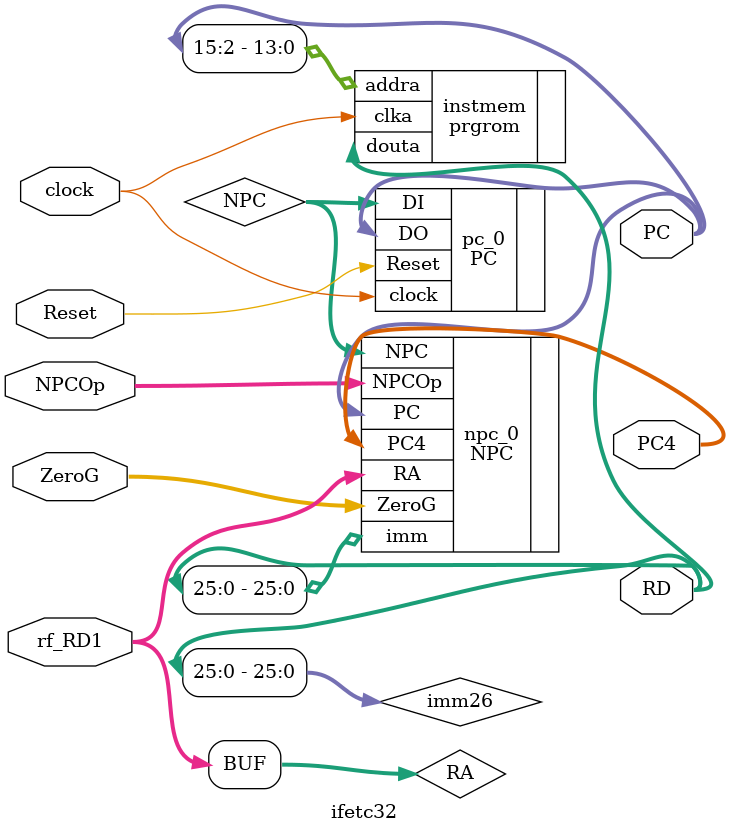
<source format=v>
`timescale 1ns / 1ps
module ifetc32(
    input clock,//ÏµÍ³Ê±ÖÓ
    input Reset,
    input [31:0] rf_RD1,//¼Ä´æÆ÷1µÄÖµ£¬´æ·ÅRA
    input [1:0] NPCOp,//NPC¹¦ÄÜÑ¡Ôñ
    input [1:0] ZeroG,//±È½Ï±êÖ¾Î»£¬00²»·ûºÏÌõ¼þ²»Ìø×ª/ÓÃ²»ÉÏ£¬01ÏàµÈbeq£¬10²»ÏàµÈbne£¬11´óÓÚ0bgtz
    output [31:0] PC,//µ±Ç°Ö¸ÁîµØÖ·
    output [31:0] PC4,//µ±Ç°Ö¸ÁîµØÖ·+4
     output [31:0] RD//È¡³öµÄÖ¸Áî
    );
    wire [31:0] NPC;//ÏÂÒ»ÌõÖ¸ÁîµØÖ·
    wire [25:0] imm26;//26Î»Á¢¼´ÊýµØÖ·
    wire [31:0] RA;//º¯Êý·µ»ØµØÖ·
      
    PC pc_0(
    .clock(clock),//ÏµÍ³Ê±ÖÓ
    .Reset(Reset),//¸´Î»DM dm_0(
    .DI(NPC),//ÊäÈëÏÂÒ»ÌõPC
    .DO(PC)//Êä³öµ±Ç°PC
    );
    assign imm26 = RD[25:0];
    assign RA = rf_RD1;
    NPC npc_0(
    .PC(PC),//µ±Ç°µÄPC
    .imm(imm26),//26Î»Á¢¼´Êý
    .RA(RA),//·µ»ØµØÖ·
    .NPCOp(NPCOp),//NPC¹¦ÄÜÑ¡Ôñ
    .ZeroG(ZeroG),//±È½Ï±êÖ¾
    .PC4(PC4),//µ±Ç°µÄPC+4
    .NPC(NPC)//ÏÂÒ»ÌõPC
    );
    //Ö¸Áî´æ´¢Æ÷
    prgrom instmem(
        .clka(clock),
        .addra(PC[15:2]),
        .douta(RD)
    ); 
endmodule

</source>
